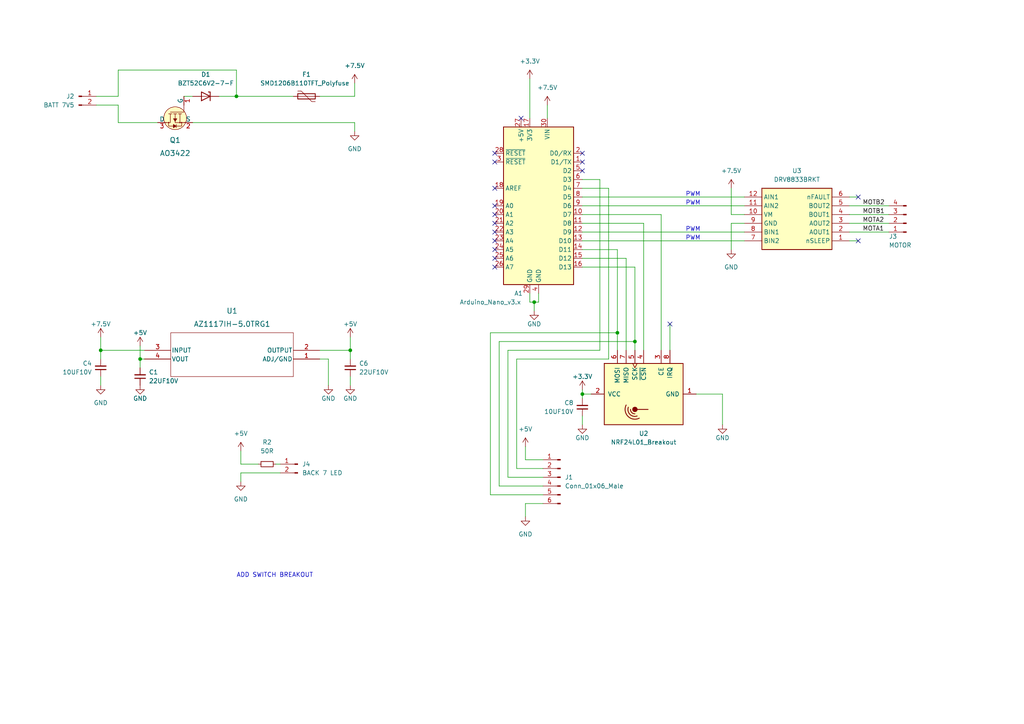
<source format=kicad_sch>
(kicad_sch (version 20230121) (generator eeschema)
  (paper "A4")
  (lib_symbols
    (symbol "2023-05-28_10-28-08:AZ1117IH-5.0TRG1" (pin_names (offset 0.254))
      (property "Reference" "U" (at 25.4 10.16 0))
      (property "Value" "AZ1117IH-5.0TRG1" (at 25.4 7.62 0))
      (symbol "AZ1117IH-5.0TRG1_0_1"
        (polyline (pts (xy 7.62 -7.62) (xy 43.18 -7.62)) (stroke (width 0.127)))
        (polyline (pts (xy 7.62 5.08) (xy 7.62 -7.62)) (stroke (width 0.127)))
        (polyline (pts (xy 43.18 -7.62) (xy 43.18 5.08)) (stroke (width 0.127)))
        (polyline (pts (xy 43.18 5.08) (xy 7.62 5.08)) (stroke (width 0.127)))
        (pin power_out line (at 0 0 0) (length 7.62) (name "ADJ/GND") (number "1"))
        (pin output line (at 0 -2.54 0) (length 7.62) (name "OUTPUT") (number "2"))
        (pin input line (at 50.8 -2.54 180) (length 7.62) (name "INPUT") (number "3"))
        (pin output line (at 50.8 0 180) (length 7.62) (name "VOUT") (number "4"))
      )
    )
    (symbol "Connector:Conn_01x02_Male" (pin_names (offset 1.016) hide)
      (property "Reference" "J" (at 0 2.54 0))
      (property "Value" "Conn_01x02_Male" (at 0 -5.08 0))
      (symbol "Conn_01x02_Male_1_1"
        (polyline (pts (xy 1.27 -2.54) (xy 0.8636 -2.54)) (stroke (width 0.1524)))
        (polyline (pts (xy 1.27 0) (xy 0.8636 0)) (stroke (width 0.1524)))
        (rectangle (start 0.8636 -2.413) (end 0 -2.667) (stroke (width 0.1524)) (fill (type outline)))
        (rectangle (start 0.8636 0.127) (end 0 -0.127) (stroke (width 0.1524)) (fill (type outline)))
        (pin passive line (at 5.08 0 180) (length 3.81) (name "Pin_1") (number "1"))
        (pin passive line (at 5.08 -2.54 180) (length 3.81) (name "Pin_2") (number "2"))
      )
    )
    (symbol "Connector:Conn_01x04_Male" (pin_names (offset 1.016) hide)
      (property "Reference" "J" (at 0 5.08 0))
      (property "Value" "Conn_01x04_Male" (at 0 -7.62 0))
      (symbol "Conn_01x04_Male_1_1"
        (polyline (pts (xy 1.27 -5.08) (xy 0.8636 -5.08)) (stroke (width 0.1524)))
        (polyline (pts (xy 1.27 -2.54) (xy 0.8636 -2.54)) (stroke (width 0.1524)))
        (polyline (pts (xy 1.27 0) (xy 0.8636 0)) (stroke (width 0.1524)))
        (polyline (pts (xy 1.27 2.54) (xy 0.8636 2.54)) (stroke (width 0.1524)))
        (rectangle (start 0.8636 -4.953) (end 0 -5.207) (stroke (width 0.1524)) (fill (type outline)))
        (rectangle (start 0.8636 -2.413) (end 0 -2.667) (stroke (width 0.1524)) (fill (type outline)))
        (rectangle (start 0.8636 0.127) (end 0 -0.127) (stroke (width 0.1524)) (fill (type outline)))
        (rectangle (start 0.8636 2.667) (end 0 2.413) (stroke (width 0.1524)) (fill (type outline)))
        (pin passive line (at 5.08 2.54 180) (length 3.81) (name "Pin_1") (number "1"))
        (pin passive line (at 5.08 0 180) (length 3.81) (name "Pin_2") (number "2"))
        (pin passive line (at 5.08 -2.54 180) (length 3.81) (name "Pin_3") (number "3"))
        (pin passive line (at 5.08 -5.08 180) (length 3.81) (name "Pin_4") (number "4"))
      )
    )
    (symbol "Connector:Conn_01x06_Male" (pin_names (offset 1.016) hide)
      (property "Reference" "J" (at 0 7.62 0))
      (property "Value" "Conn_01x06_Male" (at 0 -10.16 0))
      (symbol "Conn_01x06_Male_1_1"
        (polyline (pts (xy 1.27 -7.62) (xy 0.8636 -7.62)) (stroke (width 0.1524)))
        (polyline (pts (xy 1.27 -5.08) (xy 0.8636 -5.08)) (stroke (width 0.1524)))
        (polyline (pts (xy 1.27 -2.54) (xy 0.8636 -2.54)) (stroke (width 0.1524)))
        (polyline (pts (xy 1.27 0) (xy 0.8636 0)) (stroke (width 0.1524)))
        (polyline (pts (xy 1.27 2.54) (xy 0.8636 2.54)) (stroke (width 0.1524)))
        (polyline (pts (xy 1.27 5.08) (xy 0.8636 5.08)) (stroke (width 0.1524)))
        (rectangle (start 0.8636 -7.493) (end 0 -7.747) (stroke (width 0.1524)) (fill (type outline)))
        (rectangle (start 0.8636 -4.953) (end 0 -5.207) (stroke (width 0.1524)) (fill (type outline)))
        (rectangle (start 0.8636 -2.413) (end 0 -2.667) (stroke (width 0.1524)) (fill (type outline)))
        (rectangle (start 0.8636 0.127) (end 0 -0.127) (stroke (width 0.1524)) (fill (type outline)))
        (rectangle (start 0.8636 2.667) (end 0 2.413) (stroke (width 0.1524)) (fill (type outline)))
        (rectangle (start 0.8636 5.207) (end 0 4.953) (stroke (width 0.1524)) (fill (type outline)))
        (pin passive line (at 5.08 5.08 180) (length 3.81) (name "Pin_1") (number "1"))
        (pin passive line (at 5.08 2.54 180) (length 3.81) (name "Pin_2") (number "2"))
        (pin passive line (at 5.08 0 180) (length 3.81) (name "Pin_3") (number "3"))
        (pin passive line (at 5.08 -2.54 180) (length 3.81) (name "Pin_4") (number "4"))
        (pin passive line (at 5.08 -5.08 180) (length 3.81) (name "Pin_5") (number "5"))
        (pin passive line (at 5.08 -7.62 180) (length 3.81) (name "Pin_6") (number "6"))
      )
    )
    (symbol "DRV8833BRKT:DRV8833BRKT"
      (property "Reference" "U" (at 0 12.7 0))
      (property "Value" "DRV8833BRKT" (at 0 10.16 0))
      (symbol "DRV8833BRKT_0_1"
        (rectangle (start -10.16 8.89) (end 10.16 -8.89) (stroke (width 0.254)) (fill (type background)))
      )
      (symbol "DRV8833BRKT_1_1"
        (pin input line (at -15.24 6.35 0) (length 5.08) (name "nSLEEP") (number "1"))
        (pin power_in line (at 15.24 -1.27 180) (length 5.08) (name "VM") (number "10"))
        (pin input line (at 15.24 -3.81 180) (length 5.08) (name "AIN2") (number "11"))
        (pin input line (at 15.24 -6.35 180) (length 5.08) (name "AIN1") (number "12"))
        (pin power_out line (at -15.24 3.81 0) (length 5.08) (name "AOUT1") (number "2"))
        (pin power_out line (at -15.24 1.27 0) (length 5.08) (name "AOUT2") (number "3"))
        (pin power_out line (at -15.24 -1.27 0) (length 5.08) (name "BOUT1") (number "4"))
        (pin power_out line (at -15.24 -3.81 0) (length 5.08) (name "BOUT2") (number "5"))
        (pin open_collector line (at -15.24 -6.35 0) (length 5.08) (name "nFAULT") (number "6"))
        (pin input line (at 15.24 6.35 180) (length 5.08) (name "BIN2") (number "7"))
        (pin input line (at 15.24 3.81 180) (length 5.08) (name "BIN1") (number "8"))
        (pin power_in line (at 15.24 1.27 180) (length 5.08) (name "GND") (number "9"))
      )
    )
    (symbol "Device:C_Small" (pin_numbers hide) (pin_names (offset 0.254) hide)
      (property "Reference" "C" (at 0.254 1.778 0))
      (property "Value" "C_Small" (at 0.254 -2.032 0))
      (symbol "C_Small_0_1"
        (polyline (pts (xy -1.524 -0.508) (xy 1.524 -0.508)) (stroke (width 0.3302)))
        (polyline (pts (xy -1.524 0.508) (xy 1.524 0.508)) (stroke (width 0.3048)))
      )
      (symbol "C_Small_1_1"
        (pin passive line (at 0 2.54 270) (length 2.032) (name "~") (number "1"))
        (pin passive line (at 0 -2.54 90) (length 2.032) (name "~") (number "2"))
      )
    )
    (symbol "Device:D_Zener" (pin_numbers hide) (pin_names (offset 1.016) hide)
      (property "Reference" "D" (at 0 2.54 0))
      (property "Value" "D_Zener" (at 0 -2.54 0))
      (symbol "D_Zener_0_1"
        (polyline (pts (xy 1.27 0) (xy -1.27 0)))
        (polyline (pts (xy -1.27 -1.27) (xy -1.27 1.27) (xy -0.762 1.27)) (stroke (width 0.254)))
        (polyline (pts (xy 1.27 -1.27) (xy 1.27 1.27) (xy -1.27 0) (xy 1.27 -1.27)) (stroke (width 0.254)))
      )
      (symbol "D_Zener_1_1"
        (pin passive line (at -3.81 0 0) (length 2.54) (name "K") (number "1"))
        (pin passive line (at 3.81 0 180) (length 2.54) (name "A") (number "2"))
      )
    )
    (symbol "Device:Polyfuse" (pin_numbers hide) (pin_names (offset 0))
      (property "Reference" "F" (at -2.54 0 90))
      (property "Value" "Polyfuse" (at 2.54 0 90))
      (symbol "Polyfuse_0_1"
        (rectangle (start -0.762 2.54) (end 0.762 -2.54) (stroke (width 0.254)))
        (polyline (pts (xy 0 2.54) (xy 0 -2.54)))
        (polyline (pts (xy -1.524 2.54) (xy -1.524 1.524) (xy 1.524 -1.524) (xy 1.524 -2.54)))
      )
      (symbol "Polyfuse_1_1"
        (pin passive line (at 0 3.81 270) (length 1.27) (name "~") (number "1"))
        (pin passive line (at 0 -3.81 90) (length 1.27) (name "~") (number "2"))
      )
    )
    (symbol "Device:R_Small" (pin_numbers hide) (pin_names (offset 0.254) hide)
      (property "Reference" "R" (at 0.762 0.508 0))
      (property "Value" "R_Small" (at 0.762 -1.016 0))
      (symbol "R_Small_0_1"
        (rectangle (start -0.762 1.778) (end 0.762 -1.778) (stroke (width 0.2032)))
      )
      (symbol "R_Small_1_1"
        (pin passive line (at 0 2.54 270) (length 0.762) (name "~") (number "1"))
        (pin passive line (at 0 -2.54 90) (length 0.762) (name "~") (number "2"))
      )
    )
    (symbol "MCU_Module:Arduino_Nano_v3.x"
      (property "Reference" "A" (at -10.16 23.495 0))
      (property "Value" "Arduino_Nano_v3.x" (at 5.08 -24.13 0))
      (symbol "Arduino_Nano_v3.x_0_1"
        (rectangle (start -10.16 22.86) (end 10.16 -22.86) (stroke (width 0.254)) (fill (type background)))
      )
      (symbol "Arduino_Nano_v3.x_1_1"
        (pin bidirectional line (at -12.7 12.7 0) (length 2.54) (name "D1/TX") (number "1"))
        (pin bidirectional line (at -12.7 -2.54 0) (length 2.54) (name "D7") (number "10"))
        (pin bidirectional line (at -12.7 -5.08 0) (length 2.54) (name "D8") (number "11"))
        (pin bidirectional line (at -12.7 -7.62 0) (length 2.54) (name "D9") (number "12"))
        (pin bidirectional line (at -12.7 -10.16 0) (length 2.54) (name "D10") (number "13"))
        (pin bidirectional line (at -12.7 -12.7 0) (length 2.54) (name "D11") (number "14"))
        (pin bidirectional line (at -12.7 -15.24 0) (length 2.54) (name "D12") (number "15"))
        (pin bidirectional line (at -12.7 -17.78 0) (length 2.54) (name "D13") (number "16"))
        (pin power_out line (at 2.54 25.4 270) (length 2.54) (name "3V3") (number "17"))
        (pin input line (at 12.7 5.08 180) (length 2.54) (name "AREF") (number "18"))
        (pin bidirectional line (at 12.7 0 180) (length 2.54) (name "A0") (number "19"))
        (pin bidirectional line (at -12.7 15.24 0) (length 2.54) (name "D0/RX") (number "2"))
        (pin bidirectional line (at 12.7 -2.54 180) (length 2.54) (name "A1") (number "20"))
        (pin bidirectional line (at 12.7 -5.08 180) (length 2.54) (name "A2") (number "21"))
        (pin bidirectional line (at 12.7 -7.62 180) (length 2.54) (name "A3") (number "22"))
        (pin bidirectional line (at 12.7 -10.16 180) (length 2.54) (name "A4") (number "23"))
        (pin bidirectional line (at 12.7 -12.7 180) (length 2.54) (name "A5") (number "24"))
        (pin bidirectional line (at 12.7 -15.24 180) (length 2.54) (name "A6") (number "25"))
        (pin bidirectional line (at 12.7 -17.78 180) (length 2.54) (name "A7") (number "26"))
        (pin power_out line (at 5.08 25.4 270) (length 2.54) (name "+5V") (number "27"))
        (pin input line (at 12.7 15.24 180) (length 2.54) (name "~{RESET}") (number "28"))
        (pin power_in line (at 2.54 -25.4 90) (length 2.54) (name "GND") (number "29"))
        (pin input line (at 12.7 12.7 180) (length 2.54) (name "~{RESET}") (number "3"))
        (pin power_in line (at -2.54 25.4 270) (length 2.54) (name "VIN") (number "30"))
        (pin power_in line (at 0 -25.4 90) (length 2.54) (name "GND") (number "4"))
        (pin bidirectional line (at -12.7 10.16 0) (length 2.54) (name "D2") (number "5"))
        (pin bidirectional line (at -12.7 7.62 0) (length 2.54) (name "D3") (number "6"))
        (pin bidirectional line (at -12.7 5.08 0) (length 2.54) (name "D4") (number "7"))
        (pin bidirectional line (at -12.7 2.54 0) (length 2.54) (name "D5") (number "8"))
        (pin bidirectional line (at -12.7 0 0) (length 2.54) (name "D6") (number "9"))
      )
    )
    (symbol "RF:NRF24L01_Breakout" (pin_names (offset 1.016))
      (property "Reference" "U" (at -8.89 12.7 0))
      (property "Value" "NRF24L01_Breakout" (at 3.81 12.7 0))
      (symbol "NRF24L01_Breakout_0_1"
        (rectangle (start -8.89 11.43) (end 8.89 -11.43) (stroke (width 0.254)) (fill (type background)))
        (polyline (pts (xy 4.445 1.905) (xy 4.445 -1.27)) (stroke (width 0.254)))
        (circle (center 4.445 2.54) (radius 0.635) (stroke (width 0.254)) (fill (type outline)))
        (arc (start 5.715 2.54) (mid 5.3521 3.4546) (end 4.445 3.81) (stroke (width 0.254)))
        (arc (start 6.35 1.905) (mid 5.8763 3.9854) (end 3.81 4.445) (stroke (width 0.254)))
        (arc (start 6.985 1.27) (mid 6.453 4.548) (end 3.175 5.08) (stroke (width 0.254)))
      )
      (symbol "NRF24L01_Breakout_1_1"
        (pin power_in line (at 0 -15.24 90) (length 3.81) (name "GND") (number "1"))
        (pin power_in line (at 0 15.24 270) (length 3.81) (name "VCC") (number "2"))
        (pin input line (at -12.7 -5.08 0) (length 3.81) (name "CE") (number "3"))
        (pin input line (at -12.7 0 0) (length 3.81) (name "~{CSN}") (number "4"))
        (pin input clock (at -12.7 2.54 0) (length 3.81) (name "SCK") (number "5"))
        (pin input line (at -12.7 7.62 0) (length 3.81) (name "MOSI") (number "6"))
        (pin output line (at -12.7 5.08 0) (length 3.81) (name "MISO") (number "7"))
        (pin output line (at -12.7 -7.62 0) (length 3.81) (name "IRQ") (number "8"))
      )
    )
    (symbol "dk_Transistors-FETs-MOSFETs-Single:AO3401A" (pin_names (offset 0))
      (property "Reference" "Q" (at -2.6924 3.6322 0))
      (property "Value" "AO3401A" (at 3.4544 0 90))
      (symbol "AO3401A_0_1"
        (circle (center -1.27 0) (radius 3.302) (fill (type background)))
        (circle (center 0 -1.905) (radius 0.127))
        (circle (center 0 -1.397) (radius 0.127))
        (polyline (pts (xy 0 -1.397) (xy -2.54 -1.397)))
        (polyline (pts (xy -5.08 -2.54) (xy -3.048 -2.54) (xy -3.048 1.397)))
        (polyline (pts (xy 0 -2.54) (xy 0 0) (xy -2.54 0)))
        (polyline (pts (xy 0 2.54) (xy 0 1.397) (xy -2.54 1.397)))
        (polyline (pts (xy -0.127 -1.905) (xy 1.016 -1.905) (xy 1.016 1.397) (xy 1.016 1.905) (xy -0.127 1.905)))
        (circle (center 0 1.905) (radius 0.127))
      )
      (symbol "AO3401A_1_1"
        (polyline (pts (xy -2.54 -1.397) (xy -2.54 -1.905)))
        (polyline (pts (xy -2.54 -1.397) (xy -2.54 -0.889)))
        (polyline (pts (xy -2.54 0) (xy -2.54 -0.508)))
        (polyline (pts (xy -2.54 0) (xy -2.54 0.508)))
        (polyline (pts (xy -2.54 1.905) (xy -2.54 0.889)))
        (polyline (pts (xy 1.524 -0.3048) (xy 0.508 -0.3048)))
        (polyline (pts (xy -0.381 0) (xy -1.143 0.508) (xy -1.143 -0.508) (xy -0.381 0)) (fill (type outline)))
        (polyline (pts (xy 1.016 -0.254) (xy 0.508 0.508) (xy 1.524 0.508) (xy 1.016 -0.254)) (fill (type outline)))
        (pin bidirectional line (at -7.62 -2.54 0) (length 2.54) (name "G") (number "1"))
        (pin bidirectional line (at 0 -5.08 90) (length 2.54) (name "S") (number "2"))
        (pin bidirectional line (at 0 5.08 270) (length 2.54) (name "D") (number "3"))
      )
    )
    (symbol "power:+3.3V" (power) (pin_names (offset 0))
      (property "Value" "+3.3V" (at 0 3.556 0))
      (symbol "+3.3V_0_1"
        (polyline (pts (xy -0.762 1.27) (xy 0 2.54)))
        (polyline (pts (xy 0 0) (xy 0 2.54)))
        (polyline (pts (xy 0 2.54) (xy 0.762 1.27)))
      )
      (symbol "+3.3V_1_1"
        (pin power_in line (at 0 0 90) (length 0) hide (name "+3.3V") (number "1"))
      )
    )
    (symbol "power:+5V" (power) (pin_names (offset 0))
      (property "Value" "+5V" (at 0 3.556 0))
      (symbol "+5V_0_1"
        (polyline (pts (xy -0.762 1.27) (xy 0 2.54)))
        (polyline (pts (xy 0 0) (xy 0 2.54)))
        (polyline (pts (xy 0 2.54) (xy 0.762 1.27)))
      )
      (symbol "+5V_1_1"
        (pin power_in line (at 0 0 90) (length 0) hide (name "+5V") (number "1"))
      )
    )
    (symbol "power:+7.5V" (power) (pin_names (offset 0))
      (property "Value" "+7.5V" (at 0 3.556 0))
      (symbol "+7.5V_0_1"
        (polyline (pts (xy -0.762 1.27) (xy 0 2.54)))
        (polyline (pts (xy 0 0) (xy 0 2.54)))
        (polyline (pts (xy 0 2.54) (xy 0.762 1.27)))
      )
      (symbol "+7.5V_1_1"
        (pin power_in line (at 0 0 90) (length 0) hide (name "+7.5V") (number "1"))
      )
    )
    (symbol "power:GND" (power) (pin_names (offset 0))
      (property "Value" "GND" (at 0 -3.81 0))
      (symbol "GND_0_1"
        (polyline (pts (xy 0 0) (xy 0 -1.27) (xy 1.27 -1.27) (xy 0 -2.54) (xy -1.27 -1.27) (xy 0 -1.27)))
      )
      (symbol "GND_1_1"
        (pin power_in line (at 0 0 270) (length 0) hide (name "GND") (number "1"))
      )
    )
  )
  (junction (at 68.58 27.94))
  (junction (at 168.91 114.3))
  (junction (at 40.64 104.14))
  (junction (at 101.6 101.6))
  (junction (at 184.15 99.06))
  (junction (at 29.21 101.6))
  (junction (at 179.07 96.52))
  (junction (at 154.94 87.63))
  (no_connect (at 143.51 62.23))
  (no_connect (at 151.13 34.29))
  (no_connect (at 248.92 57.15))
  (no_connect (at 143.51 72.39))
  (no_connect (at 143.51 46.99))
  (no_connect (at 168.91 46.99))
  (no_connect (at 143.51 54.61))
  (no_connect (at 143.51 64.77))
  (no_connect (at 248.92 69.85))
  (no_connect (at 168.91 49.53))
  (no_connect (at 143.51 77.47))
  (no_connect (at 143.51 67.31))
  (no_connect (at 143.51 44.45))
  (no_connect (at 143.51 69.85))
  (no_connect (at 168.91 44.45))
  (no_connect (at 194.31 93.98))
  (no_connect (at 143.51 74.93))
  (no_connect (at 143.51 59.69))
  (wire (pts (xy 154.94 87.63) (xy 154.94 90.17)))
  (wire (pts (xy 168.91 67.31) (xy 215.9 67.31)))
  (wire (pts (xy 55.88 27.94) (xy 53.34 27.94)))
  (wire (pts (xy 144.78 140.97) (xy 144.78 99.06)))
  (wire (pts (xy 153.67 87.63) (xy 154.94 87.63)))
  (wire (pts (xy 142.24 96.52) (xy 179.07 96.52)))
  (wire (pts (xy 181.61 101.6) (xy 181.61 74.93)))
  (wire (pts (xy 194.31 93.98) (xy 194.31 101.6)))
  (wire (pts (xy 179.07 72.39) (xy 168.91 72.39)))
  (wire (pts (xy 201.93 114.3) (xy 209.55 114.3)))
  (wire (pts (xy 92.71 101.6) (xy 101.6 101.6)))
  (wire (pts (xy 246.38 62.23) (xy 257.81 62.23)))
  (wire (pts (xy 101.6 101.6) (xy 101.6 104.14)))
  (wire (pts (xy 157.48 135.89) (xy 149.86 135.89)))
  (wire (pts (xy 45.72 35.56) (xy 34.29 35.56)))
  (wire (pts (xy 29.21 97.79) (xy 29.21 101.6)))
  (wire (pts (xy 69.85 137.16) (xy 81.28 137.16)))
  (wire (pts (xy 68.58 27.94) (xy 63.5 27.94)))
  (wire (pts (xy 179.07 96.52) (xy 179.07 72.39)))
  (wire (pts (xy 102.87 35.56) (xy 102.87 38.1)))
  (wire (pts (xy 69.85 130.81) (xy 69.85 134.62)))
  (wire (pts (xy 153.67 22.86) (xy 153.67 34.29)))
  (wire (pts (xy 156.21 87.63) (xy 156.21 85.09)))
  (wire (pts (xy 168.91 120.65) (xy 168.91 123.19)))
  (wire (pts (xy 157.48 133.35) (xy 152.4 133.35)))
  (wire (pts (xy 168.91 59.69) (xy 215.9 59.69)))
  (wire (pts (xy 176.53 104.14) (xy 149.86 104.14)))
  (wire (pts (xy 212.09 54.61) (xy 212.09 62.23)))
  (wire (pts (xy 34.29 35.56) (xy 34.29 30.48)))
  (wire (pts (xy 29.21 109.22) (xy 29.21 111.76)))
  (wire (pts (xy 102.87 35.56) (xy 55.88 35.56)))
  (wire (pts (xy 157.48 140.97) (xy 144.78 140.97)))
  (wire (pts (xy 158.75 30.48) (xy 158.75 34.29)))
  (wire (pts (xy 102.87 24.13) (xy 102.87 27.94)))
  (wire (pts (xy 101.6 109.22) (xy 101.6 111.76)))
  (wire (pts (xy 142.24 143.51) (xy 157.48 143.51)))
  (wire (pts (xy 246.38 69.85) (xy 248.92 69.85)))
  (wire (pts (xy 168.91 114.3) (xy 168.91 115.57)))
  (wire (pts (xy 209.55 114.3) (xy 209.55 123.19)))
  (wire (pts (xy 212.09 64.77) (xy 212.09 72.39)))
  (wire (pts (xy 215.9 62.23) (xy 212.09 62.23)))
  (wire (pts (xy 153.67 85.09) (xy 153.67 87.63)))
  (wire (pts (xy 95.25 111.76) (xy 95.25 104.14)))
  (wire (pts (xy 168.91 52.07) (xy 173.99 52.07)))
  (wire (pts (xy 191.77 62.23) (xy 168.91 62.23)))
  (wire (pts (xy 173.99 101.6) (xy 173.99 52.07)))
  (wire (pts (xy 68.58 20.32) (xy 68.58 27.94)))
  (wire (pts (xy 168.91 54.61) (xy 176.53 54.61)))
  (wire (pts (xy 29.21 101.6) (xy 41.91 101.6)))
  (wire (pts (xy 85.09 27.94) (xy 68.58 27.94)))
  (wire (pts (xy 142.24 143.51) (xy 142.24 96.52)))
  (wire (pts (xy 215.9 64.77) (xy 212.09 64.77)))
  (wire (pts (xy 191.77 101.6) (xy 191.77 62.23)))
  (wire (pts (xy 246.38 67.31) (xy 257.81 67.31)))
  (wire (pts (xy 144.78 99.06) (xy 184.15 99.06)))
  (wire (pts (xy 168.91 57.15) (xy 215.9 57.15)))
  (wire (pts (xy 181.61 74.93) (xy 168.91 74.93)))
  (wire (pts (xy 102.87 27.94) (xy 92.71 27.94)))
  (wire (pts (xy 154.94 87.63) (xy 156.21 87.63)))
  (wire (pts (xy 69.85 137.16) (xy 69.85 139.7)))
  (wire (pts (xy 40.64 100.33) (xy 40.64 104.14)))
  (wire (pts (xy 246.38 59.69) (xy 257.81 59.69)))
  (wire (pts (xy 149.86 104.14) (xy 149.86 135.89)))
  (wire (pts (xy 246.38 57.15) (xy 248.92 57.15)))
  (wire (pts (xy 101.6 97.79) (xy 101.6 101.6)))
  (wire (pts (xy 246.38 64.77) (xy 257.81 64.77)))
  (wire (pts (xy 40.64 104.14) (xy 41.91 104.14)))
  (wire (pts (xy 168.91 114.3) (xy 168.91 113.03)))
  (wire (pts (xy 157.48 138.43) (xy 147.32 138.43)))
  (wire (pts (xy 95.25 104.14) (xy 92.71 104.14)))
  (wire (pts (xy 168.91 77.47) (xy 184.15 77.47)))
  (wire (pts (xy 147.32 101.6) (xy 173.99 101.6)))
  (wire (pts (xy 27.94 27.94) (xy 34.29 27.94)))
  (wire (pts (xy 34.29 20.32) (xy 68.58 20.32)))
  (wire (pts (xy 179.07 101.6) (xy 179.07 96.52)))
  (wire (pts (xy 29.21 104.14) (xy 29.21 101.6)))
  (wire (pts (xy 168.91 69.85) (xy 215.9 69.85)))
  (wire (pts (xy 69.85 134.62) (xy 74.93 134.62)))
  (wire (pts (xy 34.29 27.94) (xy 34.29 20.32)))
  (wire (pts (xy 157.48 146.05) (xy 152.4 146.05)))
  (wire (pts (xy 184.15 77.47) (xy 184.15 99.06)))
  (wire (pts (xy 176.53 54.61) (xy 176.53 104.14)))
  (wire (pts (xy 184.15 99.06) (xy 184.15 101.6)))
  (wire (pts (xy 186.69 64.77) (xy 168.91 64.77)))
  (wire (pts (xy 40.64 104.14) (xy 40.64 106.68)))
  (wire (pts (xy 152.4 129.54) (xy 152.4 133.35)))
  (wire (pts (xy 81.28 134.62) (xy 80.01 134.62)))
  (wire (pts (xy 186.69 101.6) (xy 186.69 64.77)))
  (wire (pts (xy 152.4 146.05) (xy 152.4 149.86)))
  (wire (pts (xy 147.32 138.43) (xy 147.32 101.6)))
  (wire (pts (xy 168.91 114.3) (xy 171.45 114.3)))
  (wire (pts (xy 34.29 30.48) (xy 27.94 30.48)))
  (text "ADD SWITCH BREAKOUT" (at 68.58 167.64 0) (effects (font (size 1.27 1.27)) (justify left bottom)))
  (text "PWM" (at 203.2 67.31 0) (effects (font (size 1.27 1.27)) (justify right bottom)))
  (text "PWM" (at 203.2 57.15 0) (effects (font (size 1.27 1.27)) (justify right bottom)))
  (text "PWM" (at 203.2 59.69 0) (effects (font (size 1.27 1.27)) (justify right bottom)))
  (text "PWM" (at 203.2 69.85 0) (effects (font (size 1.27 1.27)) (justify right bottom)))
  (label "MOTB1" (at 250.19 62.23 0))
  (label "MOTA2" (at 250.19 64.77 0))
  (label "MOTB2" (at 250.19 59.69 0))
  (label "MOTA1" (at 250.19 67.31 0))
  (symbol (lib_id "power:GND") (at 69.85 139.7 0) (unit 1)
    (property "Reference" "#PWR0105" (effects hide))
    (property "Value" "GND" (at 69.85 144.78 0))
  )
  (symbol (lib_id "Device:C_Small") (at 168.91 118.11 0) (mirror x) (unit 1)
    (property "Reference" "C8" (at 166.37 116.8335 0) (effects (justify right)))
    (property "Value" "10UF10V" (at 166.37 119.38 0) (effects (justify right)))
    (property "Footprint" "Capacitor_SMD:C_0805_2012Metric_Pad1.18x1.45mm_HandSolder" (effects hide))
  )
  (symbol (lib_id "dk_Transistors-FETs-MOSFETs-Single:AO3401A") (at 50.8 35.56 90) (mirror x) (unit 1)
    (property "Reference" "Q1" (at 50.8 40.64 90) (effects (font (size 1.524 1.524))))
    (property "Value" "AO3422" (at 50.8 44.45 90) (effects (font (size 1.524 1.524))))
    (property "Footprint" "digikey-footprints:SOT-23-3" (effects hide))
    (property "Datasheet" "http://aosmd.com/res/data_sheets/AO3401A.pdf" (effects hide))
    (property "Digi-Key_PN" "785-1001-1-ND" (effects hide))
    (property "MPN" "AO3401A" (effects hide))
    (property "Category" "Discrete Semiconductor Products" (effects hide))
    (property "Family" "Transistors - FETs, MOSFETs - Single" (effects hide))
    (property "DK_Datasheet_Link" "http://aosmd.com/res/data_sheets/AO3401A.pdf" (effects hide))
    (property "DK_Detail_Page" "/product-detail/en/alpha-omega-semiconductor-inc/AO3401A/785-1001-1-ND/1855943" (effects hide))
    (property "Description" "MOSFET P-CH 30V 4A SOT23" (effects hide))
    (property "Manufacturer" "Alpha & Omega Semiconductor Inc." (effects hide))
    (property "Status" "Active" (effects hide))
  )
  (symbol (lib_id "power:+7.5V") (at 158.75 30.48 0) (unit 1)
    (property "Reference" "#PWR011" (effects hide))
    (property "Value" "+7.5V" (at 158.75 25.4 0))
  )
  (symbol (lib_id "power:+7.5V") (at 29.21 97.79 0) (unit 1)
    (property "Reference" "#PWR02" (effects hide))
    (property "Value" "+7.5V" (at 29.21 93.98 0))
  )
  (symbol (lib_id "power:GND") (at 102.87 38.1 0) (unit 1)
    (property "Reference" "#PWR0108" (effects hide))
    (property "Value" "GND" (at 102.87 43.18 0))
  )
  (symbol (lib_id "power:GND") (at 154.94 90.17 0) (unit 1)
    (property "Reference" "#PWR0116" (effects hide))
    (property "Value" "GND" (at 154.94 93.98 0))
  )
  (symbol (lib_id "power:GND") (at 95.25 111.76 0) (mirror y) (unit 1)
    (property "Reference" "#PWR0106" (effects hide))
    (property "Value" "GND" (at 95.25 115.57 0))
  )
  (symbol (lib_id "Device:D_Zener") (at 59.69 27.94 0) (mirror y) (unit 1)
    (property "Reference" "D1" (at 59.69 21.59 0))
    (property "Value" "BZT52C6V2-7-F" (at 59.69 24.13 0))
    (property "Footprint" "Diode_SMD:D_SOD-123" (effects hide))
  )
  (symbol (lib_id "power:GND") (at 40.64 111.76 0) (mirror y) (unit 1)
    (property "Reference" "#PWR0104" (effects hide))
    (property "Value" "GND" (at 40.64 115.57 0))
  )
  (symbol (lib_id "power:+7.5V") (at 212.09 54.61 0) (unit 1)
    (property "Reference" "#PWR0102" (effects hide))
    (property "Value" "+7.5V" (at 212.09 49.53 0))
  )
  (symbol (lib_id "RF:NRF24L01_Breakout") (at 186.69 114.3 90) (mirror x) (unit 1)
    (property "Reference" "U2" (at 186.69 125.73 90))
    (property "Value" "NRF24L01_Breakout" (at 186.69 128.27 90))
    (property "Footprint" "nRF24L01BRKT_SMD:nRF24L01_Breakout_SMD" (effects hide))
    (property "Datasheet" "http://www.nordicsemi.com/eng/content/download/2730/34105/file/nRF24L01_Product_Specification_v2_0.pdf" (effects hide))
  )
  (symbol (lib_id "Device:Polyfuse") (at 88.9 27.94 90) (mirror x) (unit 1)
    (property "Reference" "F1" (at 88.9 21.59 90))
    (property "Value" "SMD1206B110TFT_Polyfuse " (at 88.9 24.13 90))
    (property "Footprint" "Fuse:Fuse_1206_3216Metric" (effects hide))
  )
  (symbol (lib_id "power:+5V") (at 152.4 129.54 0) (unit 1)
    (property "Reference" "#PWR08" (effects hide))
    (property "Value" "+5V" (at 152.4 124.46 0))
  )
  (symbol (lib_id "2023-05-28_10-28-08:AZ1117IH-5.0TRG1") (at 92.71 104.14 180) (unit 1)
    (property "Reference" "U1" (at 67.31 90.17 0) (effects (font (size 1.524 1.524))))
    (property "Value" "AZ1117IH-5.0TRG1" (at 67.31 93.98 0) (effects (font (size 1.524 1.524))))
    (property "Footprint" "footprints:SOT223-5_DIO" (effects hide))
    (property "Datasheet" "AZ1117IH-5.0TRG1" (effects hide))
  )
  (symbol (lib_id "power:GND") (at 168.91 123.19 0) (unit 1)
    (property "Reference" "#PWR013" (effects hide))
    (property "Value" "GND" (at 168.91 127 0))
  )
  (symbol (lib_id "power:GND") (at 212.09 72.39 0) (mirror y) (unit 1)
    (property "Reference" "#PWR0101" (effects hide))
    (property "Value" "GND" (at 212.09 77.47 0))
  )
  (symbol (lib_id "power:GND") (at 209.55 123.19 0) (unit 1)
    (property "Reference" "#PWR0110" (effects hide))
    (property "Value" "GND" (at 209.55 127 0))
  )
  (symbol (lib_id "Connector:Conn_01x04_Male") (at 262.89 64.77 180) (unit 1)
    (property "Reference" "J3" (at 257.81 68.58 0) (effects (justify right)))
    (property "Value" "MOTOR" (at 257.81 71.12 0) (effects (justify right)))
    (property "Footprint" "Connector_PinSocket_2.54mm:PinSocket_1x04_P2.54mm_Vertical" (effects hide))
  )
  (symbol (lib_id "MCU_Module:Arduino_Nano_v3.x") (at 156.21 59.69 0) (mirror y) (unit 1)
    (property "Reference" "A1" (at 151.6506 85.09 0) (effects (justify left)))
    (property "Value" "Arduino_Nano_v3.x" (at 151.13 87.63 0) (effects (justify left)))
    (property "Footprint" "Module:Arduino_Nano" (effects hide))
    (property "Datasheet" "http://www.mouser.com/pdfdocs/Gravitech_Arduino_Nano3_0.pdf" (effects hide))
  )
  (symbol (lib_id "power:+3.3V") (at 168.91 113.03 0) (unit 1)
    (property "Reference" "#PWR012" (effects hide))
    (property "Value" "+3.3V" (at 168.91 109.22 0))
  )
  (symbol (lib_id "Device:C_Small") (at 40.64 109.22 180) (unit 1)
    (property "Reference" "C1" (at 43.18 107.9435 0) (effects (justify right)))
    (property "Value" "22UF10V" (at 43.18 110.49 0) (effects (justify right)))
    (property "Footprint" "Capacitor_SMD:C_0805_2012Metric_Pad1.18x1.45mm_HandSolder" (effects hide))
  )
  (symbol (lib_id "power:+5V") (at 101.6 97.79 0) (unit 1)
    (property "Reference" "#PWR06" (effects hide))
    (property "Value" "+5V" (at 101.6 93.98 0))
  )
  (symbol (lib_id "power:+5V") (at 69.85 130.81 0) (unit 1)
    (property "Reference" "#PWR05" (effects hide))
    (property "Value" "+5V" (at 69.85 125.73 0))
  )
  (symbol (lib_id "power:+7.5V") (at 102.87 24.13 0) (mirror y) (unit 1)
    (property "Reference" "#PWR01" (effects hide))
    (property "Value" "+7.5V" (at 102.87 19.05 0))
  )
  (symbol (lib_id "Connector:Conn_01x02_Male") (at 86.36 134.62 0) (mirror y) (unit 1)
    (property "Reference" "J4" (at 87.63 134.6199 0) (effects (justify right)))
    (property "Value" "BACK 7 LED" (at 87.63 137.1599 0) (effects (justify right)))
    (property "Footprint" "Connector_PinHeader_2.54mm:PinHeader_1x02_P2.54mm_Vertical" (effects hide))
  )
  (symbol (lib_id "Connector:Conn_01x06_Male") (at 162.56 138.43 0) (mirror y) (unit 1)
    (property "Reference" "J1" (at 163.83 138.4299 0) (effects (justify right)))
    (property "Value" "Conn_01x06_Male" (at 163.83 140.9699 0) (effects (justify right)))
    (property "Footprint" "Connector_PinHeader_2.54mm:PinHeader_1x06_P2.54mm_Vertical" (effects hide))
  )
  (symbol (lib_id "power:GND") (at 101.6 111.76 0) (mirror y) (unit 1)
    (property "Reference" "#PWR07" (effects hide))
    (property "Value" "GND" (at 101.6 115.57 0))
  )
  (symbol (lib_id "power:+3.3V") (at 153.67 22.86 0) (unit 1)
    (property "Reference" "#PWR010" (effects hide))
    (property "Value" "+3.3V" (at 153.67 17.78 0))
  )
  (symbol (lib_id "Device:R_Small") (at 77.47 134.62 90) (unit 1)
    (property "Reference" "R2" (at 77.47 128.27 90))
    (property "Value" "50R" (at 77.47 130.81 90))
    (property "Footprint" "Resistor_SMD:R_0805_2012Metric" (effects hide))
  )
  (symbol (lib_id "Device:C_Small") (at 29.21 106.68 0) (mirror x) (unit 1)
    (property "Reference" "C4" (at 26.67 105.4035 0) (effects (justify right)))
    (property "Value" "10UF10V" (at 26.67 107.9435 0) (effects (justify right)))
    (property "Footprint" "Capacitor_SMD:C_0805_2012Metric_Pad1.18x1.45mm_HandSolder" (effects hide))
  )
  (symbol (lib_id "Connector:Conn_01x02_Male") (at 22.86 27.94 0) (unit 1)
    (property "Reference" "J2" (at 21.59 27.9399 0) (effects (justify right)))
    (property "Value" "BATT 7V5" (at 21.59 30.48 0) (effects (justify right)))
    (property "Footprint" "Connector_PinHeader_2.54mm:PinHeader_1x02_P2.54mm_Vertical" (effects hide))
  )
  (symbol (lib_id "DRV8833BRKT:DRV8833BRKT") (at 231.14 63.5 180) (unit 1)
    (property "Reference" "U3" (at 231.14 49.53 0))
    (property "Value" "DRV8833BRKT" (at 231.14 52.07 0))
    (property "Footprint" "DRV8833BRKT:DRV8833BRKT" (effects hide))
  )
  (symbol (lib_id "Device:C_Small") (at 101.6 106.68 180) (unit 1)
    (property "Reference" "C6" (at 104.14 105.4035 0) (effects (justify right)))
    (property "Value" "22UF10V" (at 104.14 107.95 0) (effects (justify right)))
    (property "Footprint" "Capacitor_SMD:C_0805_2012Metric_Pad1.18x1.45mm_HandSolder" (effects hide))
  )
  (symbol (lib_id "power:+5V") (at 40.64 100.33 0) (unit 1)
    (property "Reference" "#PWR0103" (effects hide))
    (property "Value" "+5V" (at 40.64 96.52 0))
  )
  (symbol (lib_id "power:GND") (at 152.4 149.86 0) (unit 1)
    (property "Reference" "#PWR09" (effects hide))
    (property "Value" "GND" (at 152.4 154.94 0))
  )
  (symbol (lib_id "power:GND") (at 29.21 111.76 0) (mirror y) (unit 1)
    (property "Reference" "#PWR03" (effects hide))
    (property "Value" "GND" (at 29.21 116.84 0))
  )
)
</source>
